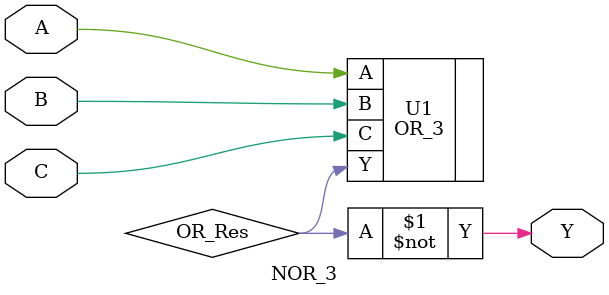
<source format=v>
`include "OR_3.v"

module NOR_3(
    input wire A,
    input wire B,
    input wire C,
    output wire Y
  );

  wire OR_Res;

  OR_3 U1 (
         .A(A),
         .B(B),
         .C(C),
         .Y(OR_Res)
       );

  assign Y = ~OR_Res;
endmodule

</source>
